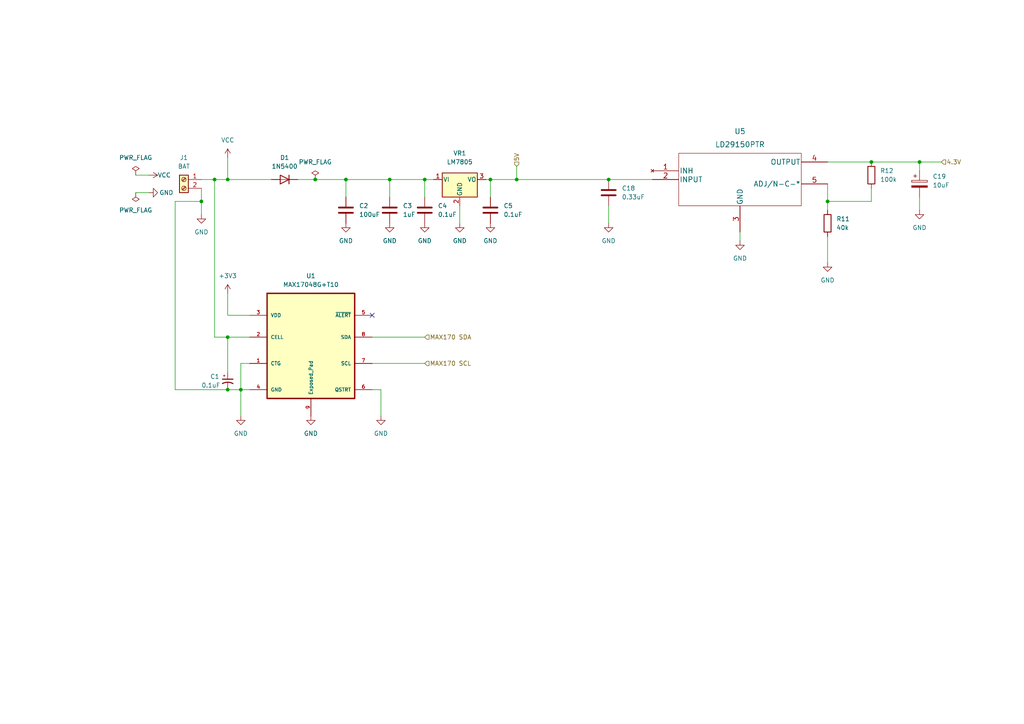
<source format=kicad_sch>
(kicad_sch (version 20211123) (generator eeschema)
  (paper "A4")
  (lib_symbols
    (symbol "Connector:Screw_Terminal_01x02" (pin_names (offset 1.016) hide)
      (property "Reference" "J" (at 0 2.54 0))
      (property "Value" "Screw_Terminal_01x02" (at 0 -5.08 0))
      (symbol "Screw_Terminal_01x02_1_1"
        (rectangle (start -1.27 1.27) (end 1.27 -3.81) (stroke (width 0.254)) (fill (type background)))
        (circle (center 0 -2.54) (radius 0.635) (stroke (width 0.1524)))
        (polyline (pts (xy -0.5334 -2.2098) (xy 0.3302 -3.048)) (stroke (width 0.1524)))
        (polyline (pts (xy -0.5334 0.3302) (xy 0.3302 -0.508)) (stroke (width 0.1524)))
        (polyline (pts (xy -0.3556 -2.032) (xy 0.508 -2.8702)) (stroke (width 0.1524)))
        (polyline (pts (xy -0.3556 0.508) (xy 0.508 -0.3302)) (stroke (width 0.1524)))
        (circle (center 0 0) (radius 0.635) (stroke (width 0.1524)))
        (pin passive line (at -5.08 0 0) (length 3.81) (name "Pin_1") (number "1"))
        (pin passive line (at -5.08 -2.54 0) (length 3.81) (name "Pin_2") (number "2"))
      )
    )
    (symbol "Device:C" (pin_numbers hide) (pin_names (offset 0.254))
      (property "Reference" "C" (at 0.635 2.54 0))
      (property "Value" "C" (at 0.635 -2.54 0))
      (symbol "C_0_1"
        (polyline (pts (xy -2.032 -0.762) (xy 2.032 -0.762)) (stroke (width 0.508)))
        (polyline (pts (xy -2.032 0.762) (xy 2.032 0.762)) (stroke (width 0.508)))
      )
      (symbol "C_1_1"
        (pin passive line (at 0 3.81 270) (length 2.794) (name "~") (number "1"))
        (pin passive line (at 0 -3.81 90) (length 2.794) (name "~") (number "2"))
      )
    )
    (symbol "Device:C_Polarized" (pin_numbers hide) (pin_names (offset 0.254))
      (property "Reference" "C" (at 0.635 2.54 0))
      (property "Value" "C_Polarized" (at 0.635 -2.54 0))
      (symbol "C_Polarized_0_1"
        (rectangle (start -2.286 0.508) (end 2.286 1.016))
        (polyline (pts (xy -1.778 2.286) (xy -0.762 2.286)))
        (polyline (pts (xy -1.27 2.794) (xy -1.27 1.778)))
        (rectangle (start 2.286 -0.508) (end -2.286 -1.016) (fill (type outline)))
      )
      (symbol "C_Polarized_1_1"
        (pin passive line (at 0 3.81 270) (length 2.794) (name "~") (number "1"))
        (pin passive line (at 0 -3.81 90) (length 2.794) (name "~") (number "2"))
      )
    )
    (symbol "Device:C_Polarized_Small_US" (pin_numbers hide) (pin_names (offset 0.254) hide)
      (property "Reference" "C" (at 0.254 1.778 0))
      (property "Value" "C_Polarized_Small_US" (at 0.254 -2.032 0))
      (symbol "C_Polarized_Small_US_0_1"
        (polyline (pts (xy -1.524 0.508) (xy 1.524 0.508)) (stroke (width 0.3048)))
        (polyline (pts (xy -1.27 1.524) (xy -0.762 1.524)))
        (polyline (pts (xy -1.016 1.27) (xy -1.016 1.778)))
        (arc (start 1.524 -0.762) (mid 0 -0.3734) (end -1.524 -0.762) (stroke (width 0.3048)))
      )
      (symbol "C_Polarized_Small_US_1_1"
        (pin passive line (at 0 2.54 270) (length 2.032) (name "~") (number "1"))
        (pin passive line (at 0 -2.54 90) (length 2.032) (name "~") (number "2"))
      )
    )
    (symbol "Device:R" (pin_numbers hide) (pin_names (offset 0))
      (property "Reference" "R" (at 2.032 0 90))
      (property "Value" "R" (at 0 0 90))
      (symbol "R_0_1"
        (rectangle (start -1.016 -2.54) (end 1.016 2.54) (stroke (width 0.254)))
      )
      (symbol "R_1_1"
        (pin passive line (at 0 3.81 270) (length 1.27) (name "~") (number "1"))
        (pin passive line (at 0 -3.81 90) (length 1.27) (name "~") (number "2"))
      )
    )
    (symbol "Diode:1N5400" (pin_numbers hide) (pin_names hide)
      (property "Reference" "D" (at 0 2.54 0))
      (property "Value" "1N5400" (at 0 -2.54 0))
      (symbol "1N5400_0_1"
        (polyline (pts (xy -1.27 1.27) (xy -1.27 -1.27)) (stroke (width 0.254)))
        (polyline (pts (xy 1.27 0) (xy -1.27 0)))
        (polyline (pts (xy 1.27 1.27) (xy 1.27 -1.27) (xy -1.27 0) (xy 1.27 1.27)) (stroke (width 0.254)))
      )
      (symbol "1N5400_1_1"
        (pin passive line (at -3.81 0 0) (length 2.54) (name "K") (number "1"))
        (pin passive line (at 3.81 0 180) (length 2.54) (name "A") (number "2"))
      )
    )
    (symbol "LDV VReg:LD29150PTR" (pin_names (offset 0.254))
      (property "Reference" "U5" (at 25.4 11.43 0))
      (property "Value" "LD29150PTR" (at 25.4 7.62 0))
      (symbol "LD29150PTR_1_1"
        (polyline (pts (xy 7.62 -10.16) (xy 43.18 -10.16)) (stroke (width 0.127)))
        (polyline (pts (xy 7.62 5.08) (xy 7.62 -10.16)) (stroke (width 0.127)))
        (polyline (pts (xy 43.18 -10.16) (xy 43.18 5.08)) (stroke (width 0.127)))
        (polyline (pts (xy 43.18 5.08) (xy 7.62 5.08)) (stroke (width 0.127)))
        (pin no_connect line (at 0 0 0) (length 7.62) (name "INH") (number "1"))
        (pin power_in line (at 0 -2.54 0) (length 7.62) (name "INPUT") (number "2"))
        (pin power_in line (at 25.4 -17.78 90) (length 7.62) (name "GND") (number "3"))
        (pin power_out line (at 50.8 2.54 180) (length 7.62) (name "OUTPUT") (number "4"))
        (pin input line (at 50.8 -3.81 180) (length 7.62) (name "ADJ/N-C-*") (number "5"))
      )
    )
    (symbol "MAX17048G_T10:MAX17048G+T10" (pin_names (offset 1.016))
      (property "Reference" "U?" (at 0 20.32 0))
      (property "Value" "MAX17048G+T10" (at 0 17.78 0))
      (symbol "MAX17048G+T10_0_0"
        (rectangle (start -12.7 -15.24) (end 12.7 15.24) (stroke (width 0.41)) (fill (type background)))
        (pin power_in line (at -17.78 -5.08 0) (length 5.08) (name "CTG") (number "1"))
        (pin power_in line (at -17.78 2.54 0) (length 5.08) (name "CELL") (number "2"))
        (pin power_in line (at -17.78 8.89 0) (length 5.08) (name "VDD") (number "3"))
        (pin power_in line (at -17.78 -12.7 0) (length 5.08) (name "GND") (number "4"))
        (pin output line (at 17.78 8.89 180) (length 5.08) (name "~{ALERT}") (number "5"))
        (pin input line (at 17.78 -12.7 180) (length 5.08) (name "QSTRT") (number "6"))
        (pin input line (at 17.78 -5.08 180) (length 5.08) (name "SCL") (number "7"))
        (pin bidirectional line (at 17.78 2.54 180) (length 5.08) (name "SDA") (number "8"))
        (pin power_in line (at 0 -20.32 90) (length 5.08) (name "Exposed_Pad") (number "9"))
      )
    )
    (symbol "Regulator_Linear:LM7805_TO220" (pin_names (offset 0.254))
      (property "Reference" "U" (at -3.81 3.175 0))
      (property "Value" "LM7805_TO220" (at 0 3.175 0))
      (symbol "LM7805_TO220_0_1"
        (rectangle (start -5.08 1.905) (end 5.08 -5.08) (stroke (width 0.254)) (fill (type background)))
      )
      (symbol "LM7805_TO220_1_1"
        (pin power_in line (at -7.62 0 0) (length 2.54) (name "VI") (number "1"))
        (pin power_in line (at 0 -7.62 90) (length 2.54) (name "GND") (number "2"))
        (pin power_out line (at 7.62 0 180) (length 2.54) (name "VO") (number "3"))
      )
    )
    (symbol "power:+3V3" (power) (pin_names (offset 0))
      (property "Value" "+3V3" (at 0 3.556 0))
      (symbol "+3V3_0_1"
        (polyline (pts (xy -0.762 1.27) (xy 0 2.54)))
        (polyline (pts (xy 0 0) (xy 0 2.54)))
        (polyline (pts (xy 0 2.54) (xy 0.762 1.27)))
      )
      (symbol "+3V3_1_1"
        (pin power_in line (at 0 0 90) (length 0) hide (name "+3V3") (number "1"))
      )
    )
    (symbol "power:GND" (power) (pin_names (offset 0))
      (property "Value" "GND" (at 0 -3.81 0))
      (symbol "GND_0_1"
        (polyline (pts (xy 0 0) (xy 0 -1.27) (xy 1.27 -1.27) (xy 0 -2.54) (xy -1.27 -1.27) (xy 0 -1.27)))
      )
      (symbol "GND_1_1"
        (pin power_in line (at 0 0 270) (length 0) hide (name "GND") (number "1"))
      )
    )
    (symbol "power:PWR_FLAG" (power) (pin_numbers hide) (pin_names (offset 0) hide)
      (property "Value" "PWR_FLAG" (at 0 3.81 0))
      (symbol "PWR_FLAG_0_0"
        (pin power_out line (at 0 0 90) (length 0) (name "pwr") (number "1"))
      )
      (symbol "PWR_FLAG_0_1"
        (polyline (pts (xy 0 0) (xy 0 1.27) (xy -1.016 1.905) (xy 0 2.54) (xy 1.016 1.905) (xy 0 1.27)))
      )
    )
    (symbol "power:VCC" (power) (pin_names (offset 0))
      (property "Value" "VCC" (at 0 3.81 0))
      (symbol "VCC_0_1"
        (polyline (pts (xy -0.762 1.27) (xy 0 2.54)))
        (polyline (pts (xy 0 0) (xy 0 2.54)))
        (polyline (pts (xy 0 2.54) (xy 0.762 1.27)))
      )
      (symbol "VCC_1_1"
        (pin power_in line (at 0 0 90) (length 0) hide (name "VCC") (number "1"))
      )
    )
  )
  (junction (at 113.03 52.07))
  (junction (at 66.04 52.07))
  (junction (at 58.42 58.42))
  (junction (at 266.7 46.99))
  (junction (at 66.04 97.79))
  (junction (at 240.03 58.42))
  (junction (at 176.53 52.07))
  (junction (at 123.19 52.07))
  (junction (at 100.33 52.07))
  (junction (at 149.86 52.07))
  (junction (at 66.04 113.03))
  (junction (at 62.23 52.07))
  (junction (at 69.85 113.03))
  (junction (at 252.73 46.99))
  (junction (at 91.44 52.07))
  (junction (at 142.24 52.07))
  (no_connect (at 107.95 91.44))
  (wire (pts (xy 58.42 52.07) (xy 62.23 52.07)))
  (wire (pts (xy 50.8 113.03) (xy 66.04 113.03)))
  (wire (pts (xy 240.03 58.42) (xy 240.03 60.96)))
  (wire (pts (xy 240.03 58.42) (xy 252.73 58.42)))
  (wire (pts (xy 58.42 58.42) (xy 58.42 62.23)))
  (wire (pts (xy 123.19 52.07) (xy 125.73 52.07)))
  (wire (pts (xy 149.86 52.07) (xy 176.53 52.07)))
  (wire (pts (xy 107.95 113.03) (xy 110.49 113.03)))
  (wire (pts (xy 58.42 54.61) (xy 58.42 58.42)))
  (wire (pts (xy 266.7 46.99) (xy 273.05 46.99)))
  (wire (pts (xy 113.03 52.07) (xy 123.19 52.07)))
  (wire (pts (xy 86.36 52.07) (xy 91.44 52.07)))
  (wire (pts (xy 140.97 52.07) (xy 142.24 52.07)))
  (wire (pts (xy 72.39 97.79) (xy 66.04 97.79)))
  (wire (pts (xy 66.04 52.07) (xy 78.74 52.07)))
  (wire (pts (xy 62.23 97.79) (xy 66.04 97.79)))
  (wire (pts (xy 62.23 52.07) (xy 62.23 97.79)))
  (wire (pts (xy 266.7 46.99) (xy 266.7 49.53)))
  (wire (pts (xy 69.85 105.41) (xy 69.85 113.03)))
  (wire (pts (xy 142.24 52.07) (xy 149.86 52.07)))
  (wire (pts (xy 39.37 50.8) (xy 43.18 50.8)))
  (wire (pts (xy 176.53 52.07) (xy 189.23 52.07)))
  (wire (pts (xy 113.03 52.07) (xy 113.03 57.15)))
  (wire (pts (xy 39.37 55.88) (xy 43.18 55.88)))
  (wire (pts (xy 266.7 57.15) (xy 266.7 60.96)))
  (wire (pts (xy 240.03 68.58) (xy 240.03 76.2)))
  (wire (pts (xy 149.86 48.26) (xy 149.86 52.07)))
  (wire (pts (xy 240.03 46.99) (xy 252.73 46.99)))
  (wire (pts (xy 72.39 105.41) (xy 69.85 105.41)))
  (wire (pts (xy 107.95 105.41) (xy 123.19 105.41)))
  (wire (pts (xy 240.03 53.34) (xy 240.03 58.42)))
  (wire (pts (xy 100.33 52.07) (xy 113.03 52.07)))
  (wire (pts (xy 123.19 52.07) (xy 123.19 57.15)))
  (wire (pts (xy 107.95 97.79) (xy 123.19 97.79)))
  (wire (pts (xy 66.04 113.03) (xy 69.85 113.03)))
  (wire (pts (xy 110.49 113.03) (xy 110.49 120.65)))
  (wire (pts (xy 66.04 91.44) (xy 72.39 91.44)))
  (wire (pts (xy 66.04 85.09) (xy 66.04 91.44)))
  (wire (pts (xy 133.35 59.69) (xy 133.35 64.77)))
  (wire (pts (xy 69.85 113.03) (xy 72.39 113.03)))
  (wire (pts (xy 142.24 52.07) (xy 142.24 57.15)))
  (wire (pts (xy 50.8 58.42) (xy 50.8 113.03)))
  (wire (pts (xy 69.85 113.03) (xy 69.85 120.65)))
  (wire (pts (xy 252.73 46.99) (xy 266.7 46.99)))
  (wire (pts (xy 252.73 54.61) (xy 252.73 58.42)))
  (wire (pts (xy 214.63 67.31) (xy 214.63 69.85)))
  (wire (pts (xy 66.04 45.72) (xy 66.04 52.07)))
  (wire (pts (xy 66.04 97.79) (xy 66.04 107.95)))
  (wire (pts (xy 100.33 52.07) (xy 100.33 57.15)))
  (wire (pts (xy 176.53 59.69) (xy 176.53 64.77)))
  (wire (pts (xy 62.23 52.07) (xy 66.04 52.07)))
  (wire (pts (xy 58.42 58.42) (xy 50.8 58.42)))
  (wire (pts (xy 91.44 52.07) (xy 100.33 52.07)))
  (hierarchical_label "5V" (shape input) (at 149.86 48.26 90))
  (hierarchical_label "MAX170 SCL" (shape input) (at 123.19 105.41 0))
  (hierarchical_label "MAX170 SDA" (shape input) (at 123.19 97.79 0))
  (hierarchical_label "4.3V" (shape input) (at 273.05 46.99 0))
  (symbol (lib_id "power:GND") (at 133.35 64.77 0) (unit 1)
    (property "Reference" "#PWR0139" (effects hide))
    (property "Value" "GND" (at 133.35 69.85 0))
  )
  (symbol (lib_id "power:GND") (at 90.17 120.65 0) (unit 1)
    (property "Reference" "#PWR0143" (effects hide))
    (property "Value" "GND" (at 90.17 125.73 0))
  )
  (symbol (lib_id "power:PWR_FLAG") (at 39.37 50.8 0) (mirror y) (unit 1)
    (property "Reference" "#FLG0101" (effects hide))
    (property "Value" "PWR_FLAG" (at 39.37 45.72 0))
  )
  (symbol (lib_id "power:GND") (at 240.03 76.2 0) (unit 1)
    (property "Reference" "#PWR03" (effects hide))
    (property "Value" "GND" (at 240.03 81.28 0))
  )
  (symbol (lib_id "power:GND") (at 266.7 60.96 0) (unit 1)
    (property "Reference" "#PWR04" (effects hide))
    (property "Value" "GND" (at 266.7 66.04 0))
  )
  (symbol (lib_id "MAX17048G_T10:MAX17048G+T10") (at 90.17 100.33 0) (unit 1)
    (property "Reference" "U1" (at 90.17 80.01 0))
    (property "Value" "MAX17048G+T10" (at 90.17 82.55 0))
    (property "Footprint" "MAX17048G_T10:SON50P200X200X80-9N" (effects hide))
    (property "Digikey" "https://www.digikey.com/short/cjn8tb9h" (effects hide))
    (property "Unit Price" "3.34" (effects hide))
  )
  (symbol (lib_id "Regulator_Linear:LM7805_TO220") (at 133.35 52.07 0) (unit 1)
    (property "Reference" "VR1" (at 133.35 44.45 0))
    (property "Value" "LM7805" (at 133.35 46.99 0))
    (property "Footprint" "Package_TO_SOT_SMD:TO-263-3_TabPin2" (effects hide))
    (property "Datasheet" "https://www.onsemi.cn/PowerSolutions/document/MC7800-D.PDF" (effects hide))
    (property "Digikey" "https://www.digikey.com/short/v9qc8bdj" (effects hide))
    (property "Unit Price" "1.97" (effects hide))
  )
  (symbol (lib_id "Device:C") (at 100.33 60.96 0) (unit 1)
    (property "Reference" "C2" (at 104.14 59.6899 0) (effects (justify left)))
    (property "Value" "100uF" (at 104.14 62.2299 0) (effects (justify left)))
    (property "Footprint" "Capacitor_THT:CP_Radial_D6.3mm_P2.50mm" (effects hide))
    (property "Digikey" "https://www.digikey.com/en/products/detail/cornell-dubilier-illinois-capacitor/107CKE035M/5343970" (effects hide))
    (property "Unit Price" "0.39" (effects hide))
  )
  (symbol (lib_id "power:+3V3") (at 66.04 85.09 0) (unit 1)
    (property "Reference" "#PWR0140" (effects hide))
    (property "Value" "+3V3" (at 66.04 80.01 0))
  )
  (symbol (lib_id "Device:C") (at 176.53 55.88 0) (unit 1)
    (property "Reference" "C18" (at 180.34 54.6099 0) (effects (justify left)))
    (property "Value" "0.33uF" (at 180.34 57.1499 0) (effects (justify left)))
    (property "Footprint" "Capacitor_SMD:C_0603_1608Metric_Pad1.08x0.95mm_HandSolder" (effects hide))
    (property "Digikey" "https://www.digikey.com/short/t9fmbdmh" (effects hide))
    (property "Unit Price" "0.10" (effects hide))
  )
  (symbol (lib_id "power:GND") (at 113.03 64.77 0) (unit 1)
    (property "Reference" "#PWR0146" (effects hide))
    (property "Value" "GND" (at 113.03 69.85 0))
  )
  (symbol (lib_id "power:GND") (at 58.42 62.23 0) (unit 1)
    (property "Reference" "#PWR0141" (effects hide))
    (property "Value" "GND" (at 58.42 67.31 0))
  )
  (symbol (lib_id "Device:R") (at 252.73 50.8 0) (unit 1)
    (property "Reference" "R12" (at 255.27 49.5299 0) (effects (justify left)))
    (property "Value" "100k" (at 255.27 52.0699 0) (effects (justify left)))
    (property "Footprint" "Resistor_SMD:R_0603_1608Metric_Pad0.98x0.95mm_HandSolder" (effects hide))
    (property "Digikey" "https://www.digikey.com/short/48qdqqc9" (effects hide))
    (property "Unit Price" "0.10" (effects hide))
  )
  (symbol (lib_id "power:GND") (at 69.85 120.65 0) (unit 1)
    (property "Reference" "#PWR0144" (effects hide))
    (property "Value" "GND" (at 69.85 125.73 0))
  )
  (symbol (lib_id "power:GND") (at 123.19 64.77 0) (unit 1)
    (property "Reference" "#PWR0137" (effects hide))
    (property "Value" "GND" (at 123.19 69.85 0))
  )
  (symbol (lib_id "power:VCC") (at 66.04 45.72 0) (unit 1)
    (property "Reference" "#PWR0151" (effects hide))
    (property "Value" "VCC" (at 66.04 40.64 0))
  )
  (symbol (lib_id "power:GND") (at 110.49 120.65 0) (unit 1)
    (property "Reference" "#PWR0145" (effects hide))
    (property "Value" "GND" (at 110.49 125.73 0))
  )
  (symbol (lib_id "power:GND") (at 176.53 64.77 0) (unit 1)
    (property "Reference" "#PWR01" (effects hide))
    (property "Value" "GND" (at 176.53 69.85 0))
  )
  (symbol (lib_id "Diode:1N5400") (at 82.55 52.07 180) (unit 1)
    (property "Reference" "D1" (at 82.55 45.72 0))
    (property "Value" "1N5400" (at 82.55 48.26 0))
    (property "Footprint" "Diode_THT:D_DO-15_P12.70mm_Horizontal" (effects hide))
    (property "Datasheet" "http://www.vishay.com/docs/88516/1n5400.pdf" (effects hide))
    (property "Digikey" "https://www.digikey.com/short/p7bpz43m" (effects hide))
    (property "Unit Price" "0.38" (effects hide))
  )
  (symbol (lib_id "power:GND") (at 142.24 64.77 0) (unit 1)
    (property "Reference" "#PWR0138" (effects hide))
    (property "Value" "GND" (at 142.24 69.85 0))
  )
  (symbol (lib_id "Device:C_Polarized_Small_US") (at 66.04 110.49 0) (unit 1)
    (property "Reference" "C1" (at 60.96 109.22 0) (effects (justify left)))
    (property "Value" "0.1uF" (at 58.42 111.76 0) (effects (justify left)))
    (property "Footprint" "Capacitor_SMD:C_0603_1608Metric_Pad1.08x0.95mm_HandSolder" (effects hide))
    (property "Digikey" "https://www.digikey.com/short/3wn2fdb2" (effects hide))
    (property "Unit Price" "0.10" (effects hide))
  )
  (symbol (lib_id "Device:C") (at 113.03 60.96 0) (unit 1)
    (property "Reference" "C3" (at 116.84 59.6899 0) (effects (justify left)))
    (property "Value" "1uF" (at 116.84 62.2299 0) (effects (justify left)))
    (property "Footprint" "Capacitor_SMD:C_0603_1608Metric_Pad1.08x0.95mm_HandSolder" (effects hide))
    (property "Digikey" "https://www.digikey.com/short/mb0p55bt" (effects hide))
    (property "Unit Price" "0.10" (effects hide))
  )
  (symbol (lib_id "Connector:Screw_Terminal_01x02") (at 53.34 52.07 0) (mirror y) (unit 1)
    (property "Reference" "J1" (at 53.34 45.72 0))
    (property "Value" "BAT" (at 53.34 48.26 0))
    (property "Footprint" "TerminalBlock_Phoenix:TerminalBlock_Phoenix_PT-1,5-2-5.0-H_1x02_P5.00mm_Horizontal" (effects hide))
    (property "Digikey" "https://www.digikey.com/short/tr2hdfmv" (effects hide))
    (property "Unit Price" "0.54" (effects hide))
  )
  (symbol (lib_id "power:GND") (at 214.63 69.85 0) (unit 1)
    (property "Reference" "#PWR02" (effects hide))
    (property "Value" "GND" (at 214.63 74.93 0))
  )
  (symbol (lib_id "Device:R") (at 240.03 64.77 0) (unit 1)
    (property "Reference" "R11" (at 242.57 63.4999 0) (effects (justify left)))
    (property "Value" "40k" (at 242.57 66.0399 0) (effects (justify left)))
    (property "Footprint" "Resistor_SMD:R_1206_3216Metric_Pad1.30x1.75mm_HandSolder" (effects hide))
    (property "Unit Price" "0.63" (effects hide))
  )
  (symbol (lib_id "power:PWR_FLAG") (at 91.44 52.07 0) (mirror y) (unit 1)
    (property "Reference" "#FLG0103" (effects hide))
    (property "Value" "PWR_FLAG" (at 91.44 46.99 0))
  )
  (symbol (lib_id "Device:C_Polarized") (at 266.7 53.34 0) (unit 1)
    (property "Reference" "C19" (at 270.51 51.1809 0) (effects (justify left)))
    (property "Value" "10uF" (at 270.51 53.7209 0) (effects (justify left)))
    (property "Footprint" "Capacitor_SMD:C_0805_2012Metric_Pad1.18x1.45mm_HandSolder" (effects hide))
    (property "Digikey" "https://www.digikey.com/short/34fwn4jr" (effects hide))
    (property "Unit Price" "0.10" (effects hide))
  )
  (symbol (lib_id "LDV VReg:LD29150PTR") (at 189.23 49.53 0) (unit 1)
    (property "Reference" "U5" (at 214.63 38.1 0) (effects (font (size 1.524 1.524))))
    (property "Value" "LD29150PTR" (at 214.63 41.91 0) (effects (font (size 1.524 1.524))))
    (property "Footprint" "PPAK_50PTR_STM" (effects hide))
    (property "Digikey" "https://www.digikey.com/short/7htr34b5" (effects hide))
    (property "Unit Price" "1.89" (effects hide))
  )
  (symbol (lib_id "Device:C") (at 123.19 60.96 0) (unit 1)
    (property "Reference" "C4" (at 127 59.6899 0) (effects (justify left)))
    (property "Value" "0.1uF" (at 127 62.2299 0) (effects (justify left)))
    (property "Footprint" "Capacitor_SMD:C_0603_1608Metric_Pad1.08x0.95mm_HandSolder" (effects hide))
    (property "Digikey" "https://www.digikey.com/short/3wn2fdb2" (effects hide))
    (property "Unit Price" "0.10" (effects hide))
  )
  (symbol (lib_id "Device:C") (at 142.24 60.96 0) (unit 1)
    (property "Reference" "C5" (at 146.05 59.6899 0) (effects (justify left)))
    (property "Value" "0.1uF" (at 146.05 62.2299 0) (effects (justify left)))
    (property "Footprint" "Capacitor_SMD:C_0603_1608Metric_Pad1.08x0.95mm_HandSolder" (effects hide))
    (property "Digikey" "https://www.digikey.com/short/3wn2fdb2" (effects hide))
    (property "Unit Price" "0.10" (effects hide))
  )
  (symbol (lib_id "power:PWR_FLAG") (at 39.37 55.88 180) (unit 1)
    (property "Reference" "#FLG0102" (effects hide))
    (property "Value" "PWR_FLAG" (at 39.37 60.96 0))
  )
  (symbol (lib_id "power:VCC") (at 43.18 50.8 270) (unit 1)
    (property "Reference" "#PWR0153" (effects hide))
    (property "Value" "VCC" (at 45.72 50.8 90) (effects (justify left)))
  )
  (symbol (lib_id "power:GND") (at 43.18 55.88 90) (unit 1)
    (property "Reference" "#PWR0152" (effects hide))
    (property "Value" "GND" (at 48.26 55.88 90))
  )
  (symbol (lib_id "power:GND") (at 100.33 64.77 0) (unit 1)
    (property "Reference" "#PWR0142" (effects hide))
    (property "Value" "GND" (at 100.33 69.85 0))
  )
)
</source>
